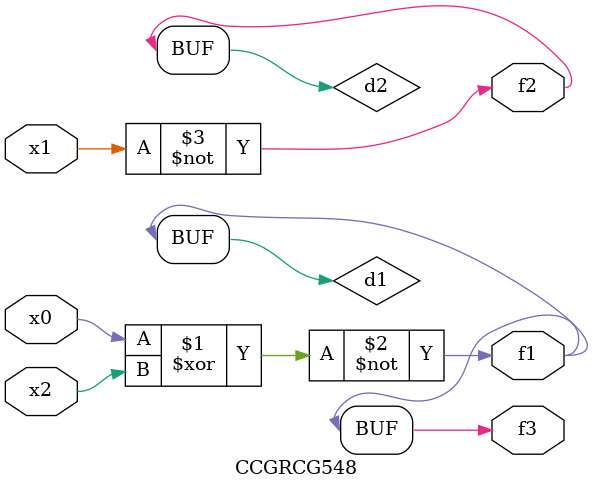
<source format=v>
module CCGRCG548(
	input x0, x1, x2,
	output f1, f2, f3
);

	wire d1, d2, d3;

	xnor (d1, x0, x2);
	nand (d2, x1);
	nor (d3, x1, x2);
	assign f1 = d1;
	assign f2 = d2;
	assign f3 = d1;
endmodule

</source>
